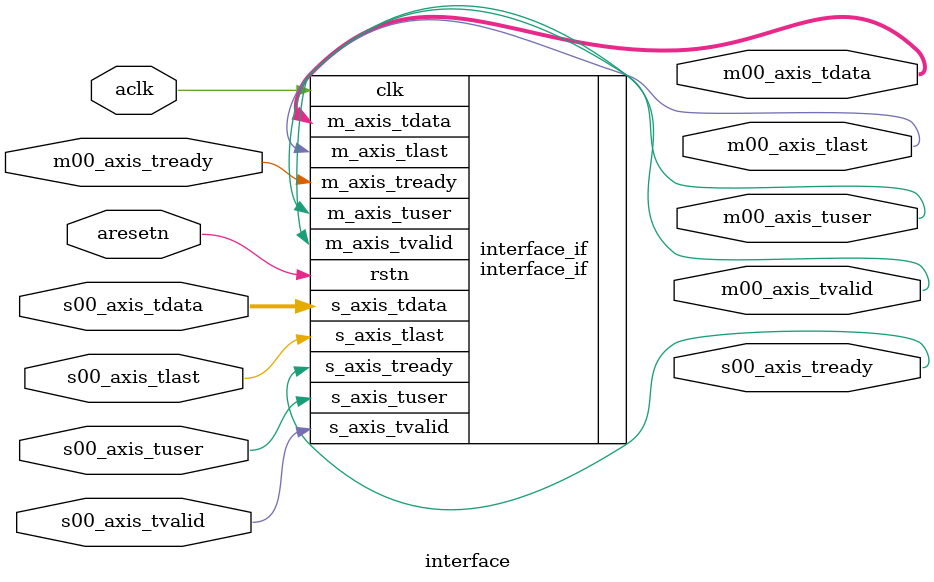
<source format=v>

`timescale 1 ns / 1 ps

	module interface #
    (
    
            // Parameters of Axi Master Bus Interface M00_AXIS
            parameter integer C_M00_AXIS_TDATA_WIDTH    = 32,
            // Parameters of Axi Slave Bus Interface S00_AXIS
            parameter integer C_S00_AXIS_TDATA_WIDTH    = 32
        )
        (
             // Global Clock and REST Signal
            input wire  aclk,
            input wire  aresetn,
           
           // Ports of Axi Master Bus Interface M00_AXIS
            output wire  m00_axis_tvalid,
            output wire [C_M00_AXIS_TDATA_WIDTH-1 : 0] m00_axis_tdata,
            output wire  m00_axis_tlast,
            input wire  m00_axis_tready,
            output wire  m00_axis_tuser,
            // Ports of Axi Slave Bus Interface S00_AXIS,
            input wire  s00_axis_tvalid,
            output wire  s00_axis_tready,
            input wire [C_S00_AXIS_TDATA_WIDTH-1 : 0] s00_axis_tdata,
            input wire  s00_axis_tlast,
            input wire  s00_axis_tuser
           );
           interface_if  #
           (
             .C_S_AXIS_TDATA_WIDTH(C_S00_AXIS_TDATA_WIDTH),
          
             .C_M_AXIS_TDATA_WIDTH(C_M00_AXIS_TDATA_WIDTH)
           )
            interface_if
           (
            // Global 
               .clk(aclk),
               .rstn(aresetn),       
                 // M_AXIS  
               .m_axis_tvalid(m00_axis_tvalid),
               .m_axis_tdata(m00_axis_tdata),
               .m_axis_tlast(m00_axis_tlast),
               .m_axis_tready(m00_axis_tready),
               . m_axis_tuser(m00_axis_tuser),
                // S_AXIS 
               .s_axis_tready(s00_axis_tready),
               .s_axis_tdata(s00_axis_tdata),
               .s_axis_tlast(s00_axis_tlast),
               .s_axis_tvalid(s00_axis_tvalid), 
                .s_axis_tuser(s00_axis_tuser)
           );

	endmodule

</source>
